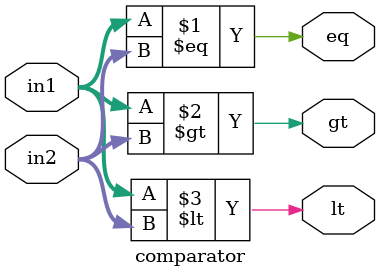
<source format=v>

module top_module (
    input [3:0] in0,
    input [3:0] in1,
    input DIR,
    input [1:0] AMT,
    output wire eq,
    output wire gt,
    output wire lt,
    output wire [3:0] out
);

wire [3:0] shifted_in0;

// Barrel shifter
barrel_shifter bs (
    .in(in0),
    .shift_dir(DIR),
    .shift_amt(AMT),
    .out(shifted_in0)
);

// Comparator
comparator cmp (
    .in1(shifted_in0),
    .in2(in1),
    .eq(eq),
    .gt(gt),
    .lt(lt)
);

// Output
assign out = shifted_in0;

endmodule

module barrel_shifter (
    input [3:0] in,
    input shift_dir,
    input [1:0] shift_amt,
    output [3:0] out
);

assign out = shift_dir ? in >> shift_amt : in << shift_amt;

endmodule

module comparator (
    input [3:0] in1,
    input [3:0] in2,
    output eq,
    output gt,
    output lt
);

assign eq = (in1 == in2);
assign gt = (in1 > in2);
assign lt = (in1 < in2);

endmodule

</source>
